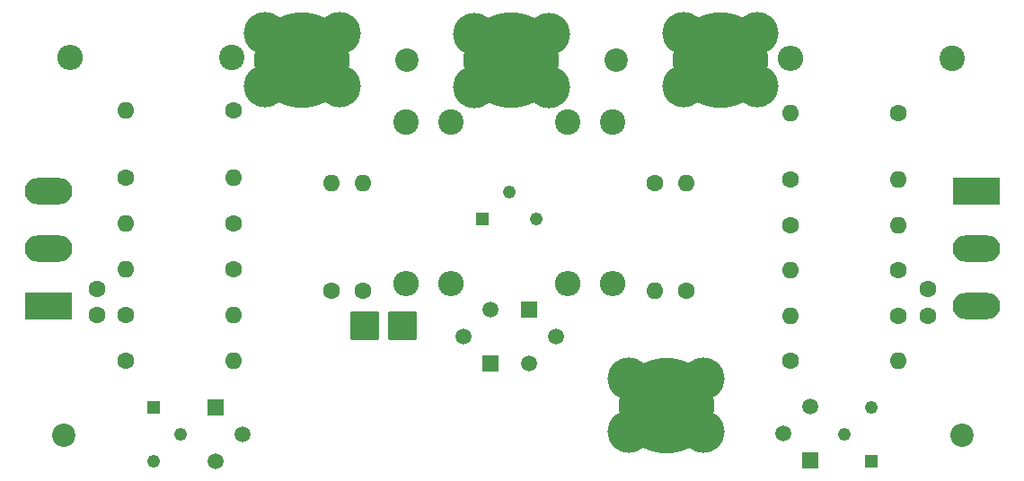
<source format=gbr>
%TF.GenerationSoftware,KiCad,Pcbnew,(6.0.0)*%
%TF.CreationDate,2022-07-31T18:03:17+01:00*%
%TF.ProjectId,PASS LABS F5,50415353-204c-4414-9253-2046352e6b69,rev?*%
%TF.SameCoordinates,Original*%
%TF.FileFunction,Soldermask,Top*%
%TF.FilePolarity,Negative*%
%FSLAX46Y46*%
G04 Gerber Fmt 4.6, Leading zero omitted, Abs format (unit mm)*
G04 Created by KiCad (PCBNEW (6.0.0)) date 2022-07-31 18:03:17*
%MOMM*%
%LPD*%
G01*
G04 APERTURE LIST*
G04 Aperture macros list*
%AMRoundRect*
0 Rectangle with rounded corners*
0 $1 Rounding radius*
0 $2 $3 $4 $5 $6 $7 $8 $9 X,Y pos of 4 corners*
0 Add a 4 corners polygon primitive as box body*
4,1,4,$2,$3,$4,$5,$6,$7,$8,$9,$2,$3,0*
0 Add four circle primitives for the rounded corners*
1,1,$1+$1,$2,$3*
1,1,$1+$1,$4,$5*
1,1,$1+$1,$6,$7*
1,1,$1+$1,$8,$9*
0 Add four rect primitives between the rounded corners*
20,1,$1+$1,$2,$3,$4,$5,0*
20,1,$1+$1,$4,$5,$6,$7,0*
20,1,$1+$1,$6,$7,$8,$9,0*
20,1,$1+$1,$8,$9,$2,$3,0*%
G04 Aperture macros list end*
%ADD10C,9.000000*%
%ADD11C,4.000000*%
%ADD12R,1.500000X1.500000*%
%ADD13C,1.500000*%
%ADD14C,2.200000*%
%ADD15C,1.600000*%
%ADD16O,1.600000X1.600000*%
%ADD17RoundRect,0.250000X-1.125000X-1.125000X1.125000X-1.125000X1.125000X1.125000X-1.125000X1.125000X0*%
%ADD18C,2.400000*%
%ADD19O,2.400000X2.400000*%
%ADD20R,1.222000X1.222000*%
%ADD21C,1.222000*%
%ADD22R,4.500000X2.500000*%
%ADD23O,4.500000X2.500000*%
G04 APERTURE END LIST*
D10*
%TO.C,J5*%
X131434800Y-91541100D03*
D11*
X134945200Y-89001100D03*
X127934800Y-89001100D03*
X134945200Y-94004900D03*
X127934800Y-94004900D03*
%TD*%
D10*
%TO.C,J1*%
X97117931Y-58911100D03*
D11*
X100628331Y-61374900D03*
X93617931Y-61374900D03*
X93617931Y-56371100D03*
X100628331Y-56371100D03*
%TD*%
D12*
%TO.C,Q4*%
X144980000Y-96710000D03*
D13*
X142440000Y-94170000D03*
X144980000Y-91630000D03*
%TD*%
D14*
%TO.C,REF\u002A\u002A*%
X74620000Y-94370000D03*
%TD*%
D15*
%TO.C,R4*%
X130350000Y-70544167D03*
D16*
X130350000Y-80704167D03*
%TD*%
D17*
%TO.C,GND*%
X106546816Y-84008923D03*
%TD*%
D15*
%TO.C,R3*%
X90640000Y-78677992D03*
D16*
X80480000Y-78677992D03*
%TD*%
D18*
%TO.C,R10*%
X122179752Y-64760000D03*
D19*
X122179752Y-80000000D03*
%TD*%
D15*
%TO.C,R1*%
X102870000Y-80704167D03*
D16*
X102870000Y-70544167D03*
%TD*%
D18*
%TO.C,R21*%
X90513432Y-58710000D03*
D19*
X75273432Y-58710000D03*
%TD*%
D15*
%TO.C,TH1*%
X156060000Y-83030000D03*
X156060000Y-80530000D03*
%TD*%
D18*
%TO.C,R22*%
X158362097Y-58790000D03*
D19*
X143122097Y-58790000D03*
%TD*%
D20*
%TO.C,P1*%
X114130000Y-73960000D03*
D21*
X116670000Y-71420000D03*
X119210000Y-73960000D03*
%TD*%
D12*
%TO.C,Q2*%
X118490000Y-82475205D03*
D13*
X121030000Y-85015205D03*
X118490000Y-87555205D03*
%TD*%
D15*
%TO.C,R16*%
X153270000Y-63940000D03*
D16*
X143110000Y-63940000D03*
%TD*%
D15*
%TO.C,R5*%
X133360000Y-80704167D03*
D16*
X133360000Y-70544167D03*
%TD*%
D12*
%TO.C,Q3*%
X88960000Y-91736439D03*
D13*
X91500000Y-94276439D03*
X88960000Y-96816439D03*
%TD*%
D18*
%TO.C,R8*%
X106907820Y-64760000D03*
D19*
X106907820Y-80000000D03*
%TD*%
D15*
%TO.C,R14*%
X80480000Y-83001463D03*
D16*
X90640000Y-83001463D03*
%TD*%
D15*
%TO.C,R2*%
X99850000Y-80704167D03*
D16*
X99850000Y-70544167D03*
%TD*%
D20*
%TO.C,P2*%
X83110000Y-91666439D03*
D21*
X85650000Y-94206439D03*
X83110000Y-96746439D03*
%TD*%
D22*
%TO.C,Q6*%
X160642908Y-71259143D03*
D23*
X160642908Y-76709143D03*
X160642908Y-82159143D03*
%TD*%
D22*
%TO.C,Q5*%
X73190000Y-82159143D03*
D23*
X73190000Y-76709143D03*
X73190000Y-71259143D03*
%TD*%
D17*
%TO.C,IN*%
X102984332Y-84022966D03*
%TD*%
D18*
%TO.C,R9*%
X126375833Y-64760000D03*
D19*
X126375833Y-80000000D03*
%TD*%
D15*
%TO.C,R6*%
X143107426Y-87317357D03*
D16*
X153267426Y-87317357D03*
%TD*%
D15*
%TO.C,R12*%
X143107426Y-70223471D03*
D16*
X153267426Y-70223471D03*
%TD*%
D11*
%TO.C,J3*%
X113319600Y-56466200D03*
X120330000Y-56466200D03*
X113319600Y-61470000D03*
X120330000Y-61470000D03*
D10*
X116830000Y-58930000D03*
%TD*%
D15*
%TO.C,R19*%
X80488607Y-70031050D03*
D16*
X90648607Y-70031050D03*
%TD*%
D14*
%TO.C,REF\u002A\u002A*%
X159300000Y-94370000D03*
%TD*%
D15*
%TO.C,R13*%
X90648607Y-74354521D03*
D16*
X80488607Y-74354521D03*
%TD*%
D15*
%TO.C,R11*%
X90651233Y-63700000D03*
D16*
X80491233Y-63700000D03*
%TD*%
D15*
%TO.C,TH2*%
X77800000Y-83000000D03*
X77800000Y-80500000D03*
%TD*%
%TO.C,R15*%
X153267426Y-83043884D03*
D16*
X143107426Y-83043884D03*
%TD*%
D12*
%TO.C,Q1*%
X114890000Y-87515205D03*
D13*
X112350000Y-84975205D03*
X114890000Y-82435205D03*
%TD*%
D11*
%TO.C,J2*%
X133046470Y-56371100D03*
X133046470Y-61374900D03*
D10*
X136546470Y-58911100D03*
D11*
X140056870Y-56371100D03*
X140056870Y-61374900D03*
%TD*%
D15*
%TO.C,R20*%
X143107426Y-74496942D03*
D16*
X153267426Y-74496942D03*
%TD*%
D14*
%TO.C,REF\u002A\u002A*%
X106973965Y-58960000D03*
%TD*%
D15*
%TO.C,R17*%
X153267426Y-78770413D03*
D16*
X143107426Y-78770413D03*
%TD*%
D14*
%TO.C,REF\u002A\u002A*%
X126688235Y-58960000D03*
%TD*%
D20*
%TO.C,P3*%
X150760000Y-96780000D03*
D21*
X148220000Y-94240000D03*
X150760000Y-91700000D03*
%TD*%
D18*
%TO.C,R7*%
X111103902Y-64760000D03*
D19*
X111103902Y-80000000D03*
%TD*%
D15*
%TO.C,R18*%
X80488607Y-87324936D03*
D16*
X90648607Y-87324936D03*
%TD*%
M02*

</source>
